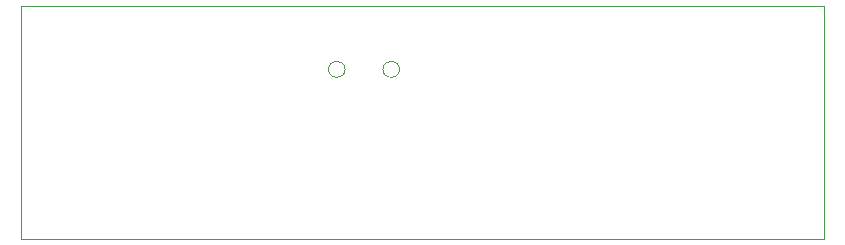
<source format=gbr>
%TF.GenerationSoftware,KiCad,Pcbnew,(6.0.7)*%
%TF.CreationDate,2022-10-27T13:02:41+02:00*%
%TF.ProjectId,UniMini,556e694d-696e-4692-9e6b-696361645f70,rev?*%
%TF.SameCoordinates,Original*%
%TF.FileFunction,Profile,NP*%
%FSLAX46Y46*%
G04 Gerber Fmt 4.6, Leading zero omitted, Abs format (unit mm)*
G04 Created by KiCad (PCBNEW (6.0.7)) date 2022-10-27 13:02:41*
%MOMM*%
%LPD*%
G01*
G04 APERTURE LIST*
%TA.AperFunction,Profile*%
%ADD10C,0.100000*%
%TD*%
%TA.AperFunction,Profile*%
%ADD11C,0.120000*%
%TD*%
G04 APERTURE END LIST*
D10*
X35034874Y-90328016D02*
X103075465Y-90328016D01*
X103075465Y-90328016D02*
X103075465Y-70661170D01*
X103075465Y-70661170D02*
X35034874Y-70661170D01*
X35034874Y-70661170D02*
X35034874Y-90328016D01*
D11*
%TO.C,SW1*%
X62500000Y-76000000D02*
G75*
G03*
X62500000Y-76000000I-700000J0D01*
G01*
X67100000Y-76000000D02*
G75*
G03*
X67100000Y-76000000I-700000J0D01*
G01*
%TD*%
M02*

</source>
